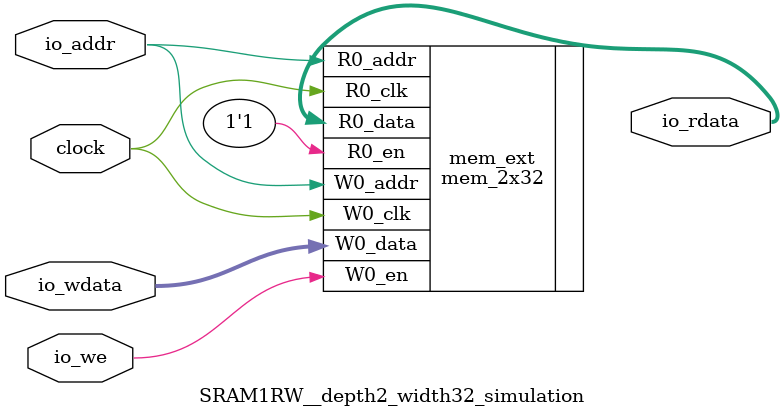
<source format=sv>
module SRAM1RW__depth2_width32_simulation(	// src/main/scala/pca/SRAM1RW.scala:11:7
  input         clock,	// src/main/scala/pca/SRAM1RW.scala:11:7
                io_we,	// src/main/scala/pca/SRAM1RW.scala:12:14
                io_addr,	// src/main/scala/pca/SRAM1RW.scala:12:14
  input  [31:0] io_wdata,	// src/main/scala/pca/SRAM1RW.scala:12:14
  output [31:0] io_rdata	// src/main/scala/pca/SRAM1RW.scala:12:14
);

  mem_2x32 mem_ext (	// src/main/scala/pca/SRAM1RW.scala:26:26
    .R0_addr (io_addr),
    .R0_en   (1'h1),	// src/main/scala/pca/SRAM1RW.scala:11:7
    .R0_clk  (clock),
    .R0_data (io_rdata),
    .W0_addr (io_addr),
    .W0_en   (io_we),
    .W0_clk  (clock),
    .W0_data (io_wdata)
  );	// src/main/scala/pca/SRAM1RW.scala:26:26
endmodule



</source>
